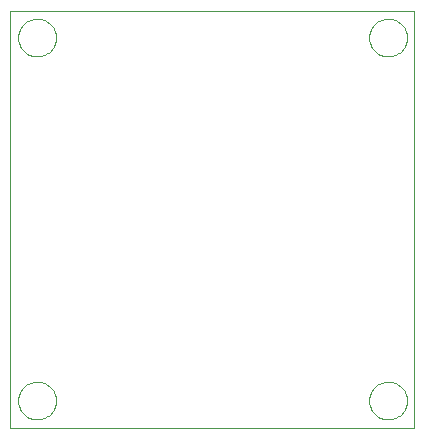
<source format=gbp>
G75*
G70*
%OFA0B0*%
%FSLAX24Y24*%
%IPPOS*%
%LPD*%
%AMOC8*
5,1,8,0,0,1.08239X$1,22.5*
%
%ADD10C,0.0000*%
D10*
X000567Y000150D02*
X000567Y014046D01*
X014037Y014046D01*
X014037Y000150D01*
X000567Y000150D01*
X000837Y001050D02*
X000839Y001100D01*
X000845Y001150D01*
X000855Y001199D01*
X000869Y001247D01*
X000886Y001294D01*
X000907Y001339D01*
X000932Y001383D01*
X000960Y001424D01*
X000992Y001463D01*
X001026Y001500D01*
X001063Y001534D01*
X001103Y001564D01*
X001145Y001591D01*
X001189Y001615D01*
X001235Y001636D01*
X001282Y001652D01*
X001330Y001665D01*
X001380Y001674D01*
X001429Y001679D01*
X001480Y001680D01*
X001530Y001677D01*
X001579Y001670D01*
X001628Y001659D01*
X001676Y001644D01*
X001722Y001626D01*
X001767Y001604D01*
X001810Y001578D01*
X001851Y001549D01*
X001890Y001517D01*
X001926Y001482D01*
X001958Y001444D01*
X001988Y001404D01*
X002015Y001361D01*
X002038Y001317D01*
X002057Y001271D01*
X002073Y001223D01*
X002085Y001174D01*
X002093Y001125D01*
X002097Y001075D01*
X002097Y001025D01*
X002093Y000975D01*
X002085Y000926D01*
X002073Y000877D01*
X002057Y000829D01*
X002038Y000783D01*
X002015Y000739D01*
X001988Y000696D01*
X001958Y000656D01*
X001926Y000618D01*
X001890Y000583D01*
X001851Y000551D01*
X001810Y000522D01*
X001767Y000496D01*
X001722Y000474D01*
X001676Y000456D01*
X001628Y000441D01*
X001579Y000430D01*
X001530Y000423D01*
X001480Y000420D01*
X001429Y000421D01*
X001380Y000426D01*
X001330Y000435D01*
X001282Y000448D01*
X001235Y000464D01*
X001189Y000485D01*
X001145Y000509D01*
X001103Y000536D01*
X001063Y000566D01*
X001026Y000600D01*
X000992Y000637D01*
X000960Y000676D01*
X000932Y000717D01*
X000907Y000761D01*
X000886Y000806D01*
X000869Y000853D01*
X000855Y000901D01*
X000845Y000950D01*
X000839Y001000D01*
X000837Y001050D01*
X000837Y013150D02*
X000839Y013200D01*
X000845Y013250D01*
X000855Y013299D01*
X000869Y013347D01*
X000886Y013394D01*
X000907Y013439D01*
X000932Y013483D01*
X000960Y013524D01*
X000992Y013563D01*
X001026Y013600D01*
X001063Y013634D01*
X001103Y013664D01*
X001145Y013691D01*
X001189Y013715D01*
X001235Y013736D01*
X001282Y013752D01*
X001330Y013765D01*
X001380Y013774D01*
X001429Y013779D01*
X001480Y013780D01*
X001530Y013777D01*
X001579Y013770D01*
X001628Y013759D01*
X001676Y013744D01*
X001722Y013726D01*
X001767Y013704D01*
X001810Y013678D01*
X001851Y013649D01*
X001890Y013617D01*
X001926Y013582D01*
X001958Y013544D01*
X001988Y013504D01*
X002015Y013461D01*
X002038Y013417D01*
X002057Y013371D01*
X002073Y013323D01*
X002085Y013274D01*
X002093Y013225D01*
X002097Y013175D01*
X002097Y013125D01*
X002093Y013075D01*
X002085Y013026D01*
X002073Y012977D01*
X002057Y012929D01*
X002038Y012883D01*
X002015Y012839D01*
X001988Y012796D01*
X001958Y012756D01*
X001926Y012718D01*
X001890Y012683D01*
X001851Y012651D01*
X001810Y012622D01*
X001767Y012596D01*
X001722Y012574D01*
X001676Y012556D01*
X001628Y012541D01*
X001579Y012530D01*
X001530Y012523D01*
X001480Y012520D01*
X001429Y012521D01*
X001380Y012526D01*
X001330Y012535D01*
X001282Y012548D01*
X001235Y012564D01*
X001189Y012585D01*
X001145Y012609D01*
X001103Y012636D01*
X001063Y012666D01*
X001026Y012700D01*
X000992Y012737D01*
X000960Y012776D01*
X000932Y012817D01*
X000907Y012861D01*
X000886Y012906D01*
X000869Y012953D01*
X000855Y013001D01*
X000845Y013050D01*
X000839Y013100D01*
X000837Y013150D01*
X012537Y013150D02*
X012539Y013200D01*
X012545Y013250D01*
X012555Y013299D01*
X012569Y013347D01*
X012586Y013394D01*
X012607Y013439D01*
X012632Y013483D01*
X012660Y013524D01*
X012692Y013563D01*
X012726Y013600D01*
X012763Y013634D01*
X012803Y013664D01*
X012845Y013691D01*
X012889Y013715D01*
X012935Y013736D01*
X012982Y013752D01*
X013030Y013765D01*
X013080Y013774D01*
X013129Y013779D01*
X013180Y013780D01*
X013230Y013777D01*
X013279Y013770D01*
X013328Y013759D01*
X013376Y013744D01*
X013422Y013726D01*
X013467Y013704D01*
X013510Y013678D01*
X013551Y013649D01*
X013590Y013617D01*
X013626Y013582D01*
X013658Y013544D01*
X013688Y013504D01*
X013715Y013461D01*
X013738Y013417D01*
X013757Y013371D01*
X013773Y013323D01*
X013785Y013274D01*
X013793Y013225D01*
X013797Y013175D01*
X013797Y013125D01*
X013793Y013075D01*
X013785Y013026D01*
X013773Y012977D01*
X013757Y012929D01*
X013738Y012883D01*
X013715Y012839D01*
X013688Y012796D01*
X013658Y012756D01*
X013626Y012718D01*
X013590Y012683D01*
X013551Y012651D01*
X013510Y012622D01*
X013467Y012596D01*
X013422Y012574D01*
X013376Y012556D01*
X013328Y012541D01*
X013279Y012530D01*
X013230Y012523D01*
X013180Y012520D01*
X013129Y012521D01*
X013080Y012526D01*
X013030Y012535D01*
X012982Y012548D01*
X012935Y012564D01*
X012889Y012585D01*
X012845Y012609D01*
X012803Y012636D01*
X012763Y012666D01*
X012726Y012700D01*
X012692Y012737D01*
X012660Y012776D01*
X012632Y012817D01*
X012607Y012861D01*
X012586Y012906D01*
X012569Y012953D01*
X012555Y013001D01*
X012545Y013050D01*
X012539Y013100D01*
X012537Y013150D01*
X012537Y001050D02*
X012539Y001100D01*
X012545Y001150D01*
X012555Y001199D01*
X012569Y001247D01*
X012586Y001294D01*
X012607Y001339D01*
X012632Y001383D01*
X012660Y001424D01*
X012692Y001463D01*
X012726Y001500D01*
X012763Y001534D01*
X012803Y001564D01*
X012845Y001591D01*
X012889Y001615D01*
X012935Y001636D01*
X012982Y001652D01*
X013030Y001665D01*
X013080Y001674D01*
X013129Y001679D01*
X013180Y001680D01*
X013230Y001677D01*
X013279Y001670D01*
X013328Y001659D01*
X013376Y001644D01*
X013422Y001626D01*
X013467Y001604D01*
X013510Y001578D01*
X013551Y001549D01*
X013590Y001517D01*
X013626Y001482D01*
X013658Y001444D01*
X013688Y001404D01*
X013715Y001361D01*
X013738Y001317D01*
X013757Y001271D01*
X013773Y001223D01*
X013785Y001174D01*
X013793Y001125D01*
X013797Y001075D01*
X013797Y001025D01*
X013793Y000975D01*
X013785Y000926D01*
X013773Y000877D01*
X013757Y000829D01*
X013738Y000783D01*
X013715Y000739D01*
X013688Y000696D01*
X013658Y000656D01*
X013626Y000618D01*
X013590Y000583D01*
X013551Y000551D01*
X013510Y000522D01*
X013467Y000496D01*
X013422Y000474D01*
X013376Y000456D01*
X013328Y000441D01*
X013279Y000430D01*
X013230Y000423D01*
X013180Y000420D01*
X013129Y000421D01*
X013080Y000426D01*
X013030Y000435D01*
X012982Y000448D01*
X012935Y000464D01*
X012889Y000485D01*
X012845Y000509D01*
X012803Y000536D01*
X012763Y000566D01*
X012726Y000600D01*
X012692Y000637D01*
X012660Y000676D01*
X012632Y000717D01*
X012607Y000761D01*
X012586Y000806D01*
X012569Y000853D01*
X012555Y000901D01*
X012545Y000950D01*
X012539Y001000D01*
X012537Y001050D01*
M02*

</source>
